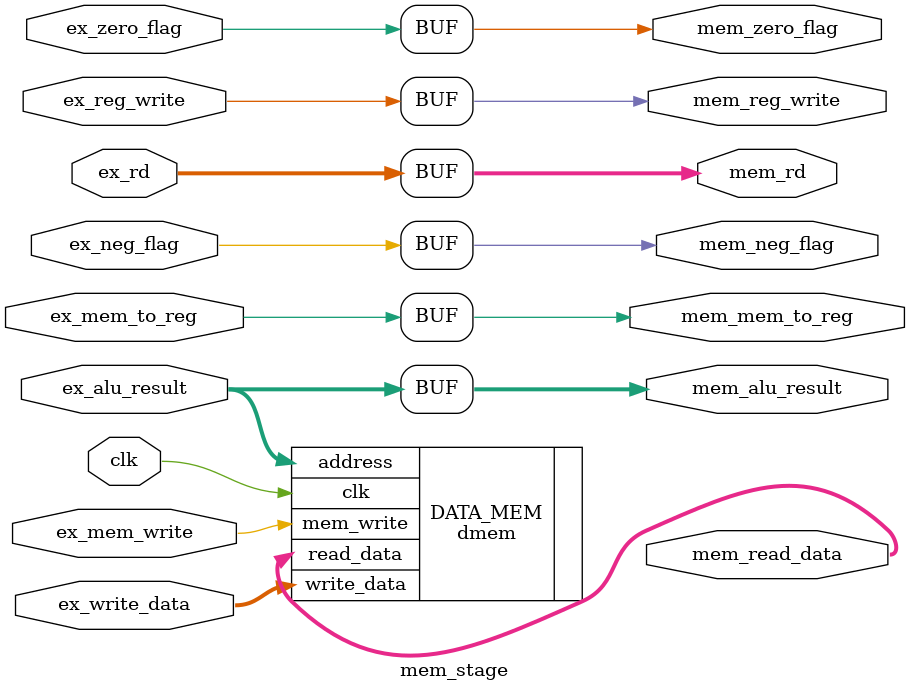
<source format=v>
`timescale 1ns / 1ps


module mem_stage (
    input wire clk,
    
    // From EX/WB Pipeline
    input wire [31:0] ex_alu_result,
    input wire [31:0] ex_write_data,
    input wire [5:0] ex_rd,
    input wire ex_zero_flag,
    input wire ex_neg_flag,
    input wire ex_reg_write,
    input wire ex_mem_to_reg,
    input wire ex_mem_write,
    
    // To EX/WB Pipeline (same signals, just renamed)
    output wire [31:0] mem_alu_result,
    output wire [31:0] mem_read_data,
    output wire [5:0] mem_rd,
    output wire mem_zero_flag,
    output wire mem_neg_flag,
    output wire mem_reg_write,
    output wire mem_mem_to_reg
);

    // Data memory
    dmem DATA_MEM (
        .clk(clk),
        .address(ex_alu_result),      // Use ALU result as address
        .write_data(ex_write_data),    // Write ST data
        .mem_write(ex_mem_write),      // Write enable for ST
        .read_data(mem_read_data)      // Output for LD
    );

    // Pass through non-memory signals
    assign mem_alu_result = ex_alu_result;
    assign mem_rd = ex_rd;
    assign mem_zero_flag = ex_zero_flag;
    assign mem_neg_flag = ex_neg_flag;
    assign mem_reg_write = ex_reg_write;
    assign mem_mem_to_reg = ex_mem_to_reg;

endmodule


</source>
